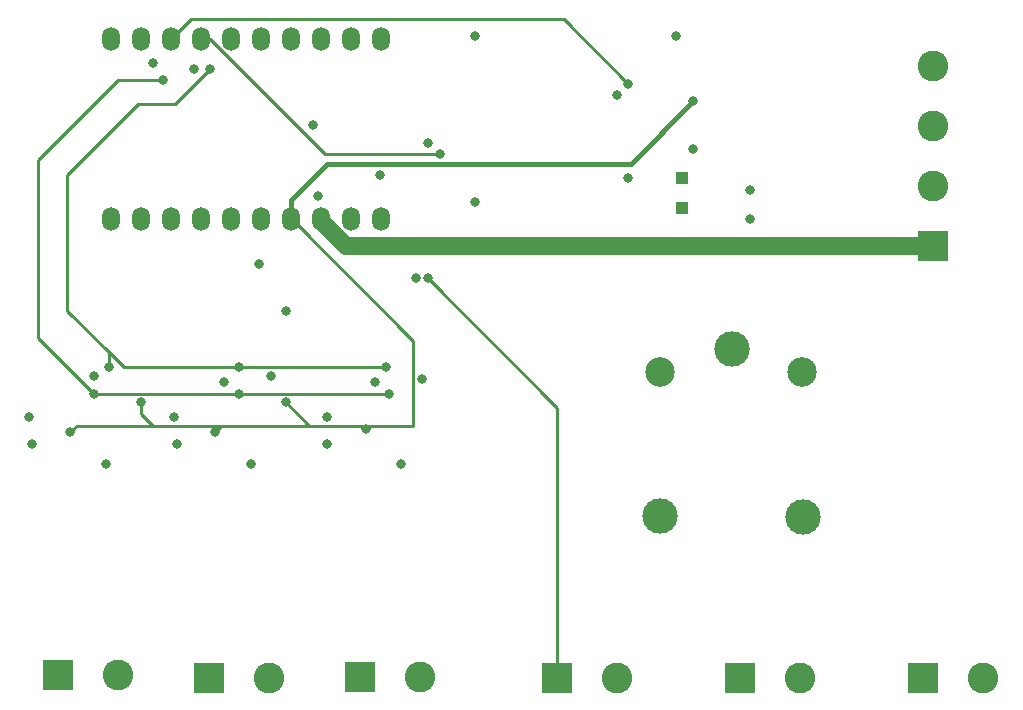
<source format=gbl>
%TF.GenerationSoftware,KiCad,Pcbnew,(6.0.9)*%
%TF.CreationDate,2023-01-04T20:05:15-05:00*%
%TF.ProjectId,Hardware-TinyPicoLoRaTrailer,48617264-7761-4726-952d-54696e795069,rev?*%
%TF.SameCoordinates,Original*%
%TF.FileFunction,Copper,L4,Bot*%
%TF.FilePolarity,Positive*%
%FSLAX46Y46*%
G04 Gerber Fmt 4.6, Leading zero omitted, Abs format (unit mm)*
G04 Created by KiCad (PCBNEW (6.0.9)) date 2023-01-04 20:05:15*
%MOMM*%
%LPD*%
G01*
G04 APERTURE LIST*
%TA.AperFunction,ComponentPad*%
%ADD10R,2.600000X2.600000*%
%TD*%
%TA.AperFunction,ComponentPad*%
%ADD11C,2.600000*%
%TD*%
%TA.AperFunction,ComponentPad*%
%ADD12O,1.524000X2.000000*%
%TD*%
%TA.AperFunction,ComponentPad*%
%ADD13C,3.000000*%
%TD*%
%TA.AperFunction,ComponentPad*%
%ADD14C,2.500000*%
%TD*%
%TA.AperFunction,ComponentPad*%
%ADD15R,1.000000X1.000000*%
%TD*%
%TA.AperFunction,ViaPad*%
%ADD16C,0.800000*%
%TD*%
%TA.AperFunction,Conductor*%
%ADD17C,0.250000*%
%TD*%
%TA.AperFunction,Conductor*%
%ADD18C,0.400000*%
%TD*%
%TA.AperFunction,Conductor*%
%ADD19C,1.500000*%
%TD*%
G04 APERTURE END LIST*
D10*
X136705000Y-126805000D03*
D11*
X141785000Y-126805000D03*
D12*
X67902500Y-87985000D03*
X70442500Y-87985000D03*
X72982500Y-87985000D03*
X75522500Y-87985000D03*
X78062500Y-87985000D03*
X80602500Y-87985000D03*
X83142500Y-87985000D03*
X85682500Y-87985000D03*
X88222500Y-87985000D03*
X90762500Y-87985000D03*
X90762500Y-72745000D03*
X88222500Y-72745000D03*
X85682500Y-72745000D03*
X83142500Y-72745000D03*
X80602500Y-72745000D03*
X78062500Y-72745000D03*
X75522500Y-72745000D03*
X72982500Y-72745000D03*
X70442500Y-72745000D03*
X67902500Y-72745000D03*
D10*
X121205000Y-126805000D03*
D11*
X126285000Y-126805000D03*
D10*
X137500000Y-90250000D03*
D11*
X137500000Y-85170000D03*
X137500000Y-80090000D03*
X137500000Y-75010000D03*
D10*
X105705000Y-126805000D03*
D11*
X110785000Y-126805000D03*
D13*
X120500000Y-99000000D03*
D14*
X114450000Y-100950000D03*
D13*
X114450000Y-113150000D03*
X126500000Y-113200000D03*
D14*
X126450000Y-100950000D03*
D15*
X116250000Y-87000000D03*
D10*
X76205000Y-126805000D03*
D11*
X81285000Y-126805000D03*
D10*
X89000000Y-126750000D03*
D11*
X94080000Y-126750000D03*
D15*
X116250000Y-84500000D03*
D10*
X63455000Y-126555000D03*
D11*
X68535000Y-126555000D03*
D16*
X75000000Y-75250000D03*
X71500000Y-74750000D03*
X90250000Y-101750000D03*
X77500000Y-101750000D03*
X66500000Y-101250000D03*
X89500000Y-105750000D03*
X76750000Y-106000000D03*
X82750000Y-103500000D03*
X70500000Y-103500000D03*
X64500000Y-106000000D03*
X117250000Y-78000000D03*
X122000000Y-88000000D03*
X67500352Y-108750000D03*
X92500000Y-108750000D03*
X94250000Y-101500000D03*
X61250000Y-107000000D03*
X61000000Y-104750000D03*
X73500000Y-107000000D03*
X73250000Y-104750000D03*
X86250000Y-107000000D03*
X86250000Y-104750000D03*
X79750000Y-108750000D03*
X81500000Y-101250000D03*
X82750000Y-95750000D03*
X80500000Y-91750000D03*
X85000000Y-80000000D03*
X85500000Y-86000000D03*
X90750000Y-84250000D03*
X115750000Y-72500000D03*
X122000000Y-85500000D03*
X117250000Y-82000000D03*
X111750000Y-84500000D03*
X98750000Y-86500000D03*
X98750000Y-72500000D03*
X111750000Y-76500000D03*
X110750000Y-77500000D03*
X94750000Y-81500000D03*
X95750000Y-82500000D03*
X93750000Y-93000000D03*
X94750000Y-93000000D03*
X76312500Y-75250000D03*
X67750000Y-100500000D03*
X78750000Y-100500000D03*
X66500000Y-102750000D03*
X78750000Y-102750000D03*
X91500000Y-102750000D03*
X72312500Y-76237701D03*
X91250000Y-100500000D03*
D17*
X67750000Y-100500000D02*
X67750000Y-99250000D01*
X67750000Y-99250000D02*
X64250000Y-95750000D01*
X69000000Y-100500000D02*
X67750000Y-99250000D01*
X64250000Y-84250000D02*
X70250000Y-78250000D01*
X64250000Y-95750000D02*
X64250000Y-84250000D01*
X91250000Y-100500000D02*
X69000000Y-100500000D01*
X70250000Y-78250000D02*
X73312500Y-78250000D01*
X73312500Y-78250000D02*
X76312500Y-75250000D01*
X61750000Y-83000000D02*
X61750000Y-98000000D01*
X68512299Y-76237701D02*
X61750000Y-83000000D01*
X72312500Y-76237701D02*
X68512299Y-76237701D01*
X61750000Y-98000000D02*
X66500000Y-102750000D01*
X84725000Y-105475000D02*
X85025000Y-105475000D01*
X77275000Y-105475000D02*
X85025000Y-105475000D01*
X85025000Y-105475000D02*
X89775000Y-105475000D01*
X82750000Y-103500000D02*
X84725000Y-105475000D01*
X89500000Y-105750000D02*
X89775000Y-105475000D01*
X89775000Y-105475000D02*
X93525000Y-105475000D01*
X76750000Y-106000000D02*
X77275000Y-105475000D01*
X71475000Y-105475000D02*
X77275000Y-105475000D01*
X70500000Y-104500000D02*
X71475000Y-105475000D01*
X70500000Y-103500000D02*
X70500000Y-104500000D01*
X65025000Y-105475000D02*
X71475000Y-105475000D01*
X83475000Y-88317500D02*
X83142500Y-87985000D01*
X83567500Y-88317500D02*
X83475000Y-88317500D01*
X93525000Y-98275000D02*
X83567500Y-88317500D01*
X64500000Y-106000000D02*
X65025000Y-105475000D01*
X93525000Y-105475000D02*
X93525000Y-98275000D01*
D18*
X86200000Y-83300000D02*
X83142500Y-86357500D01*
X111950000Y-83300000D02*
X86200000Y-83300000D01*
X117250000Y-78000000D02*
X111950000Y-83300000D01*
X83142500Y-86357500D02*
X83142500Y-87985000D01*
D17*
X74727500Y-71000000D02*
X72982500Y-72745000D01*
X106250000Y-71000000D02*
X74727500Y-71000000D01*
X111750000Y-76500000D02*
X106250000Y-71000000D01*
X76287250Y-72745000D02*
X75522500Y-72745000D01*
X95750000Y-82500000D02*
X86042250Y-82500000D01*
X86042250Y-82500000D02*
X76287250Y-72745000D01*
D19*
X85682500Y-88104134D02*
X85682500Y-87985000D01*
X87828366Y-90250000D02*
X85682500Y-88104134D01*
X137500000Y-90250000D02*
X87828366Y-90250000D01*
D17*
X94750000Y-93000000D02*
X105705000Y-103955000D01*
X105705000Y-103955000D02*
X105705000Y-126805000D01*
X91500000Y-102750000D02*
X66500000Y-102750000D01*
M02*

</source>
